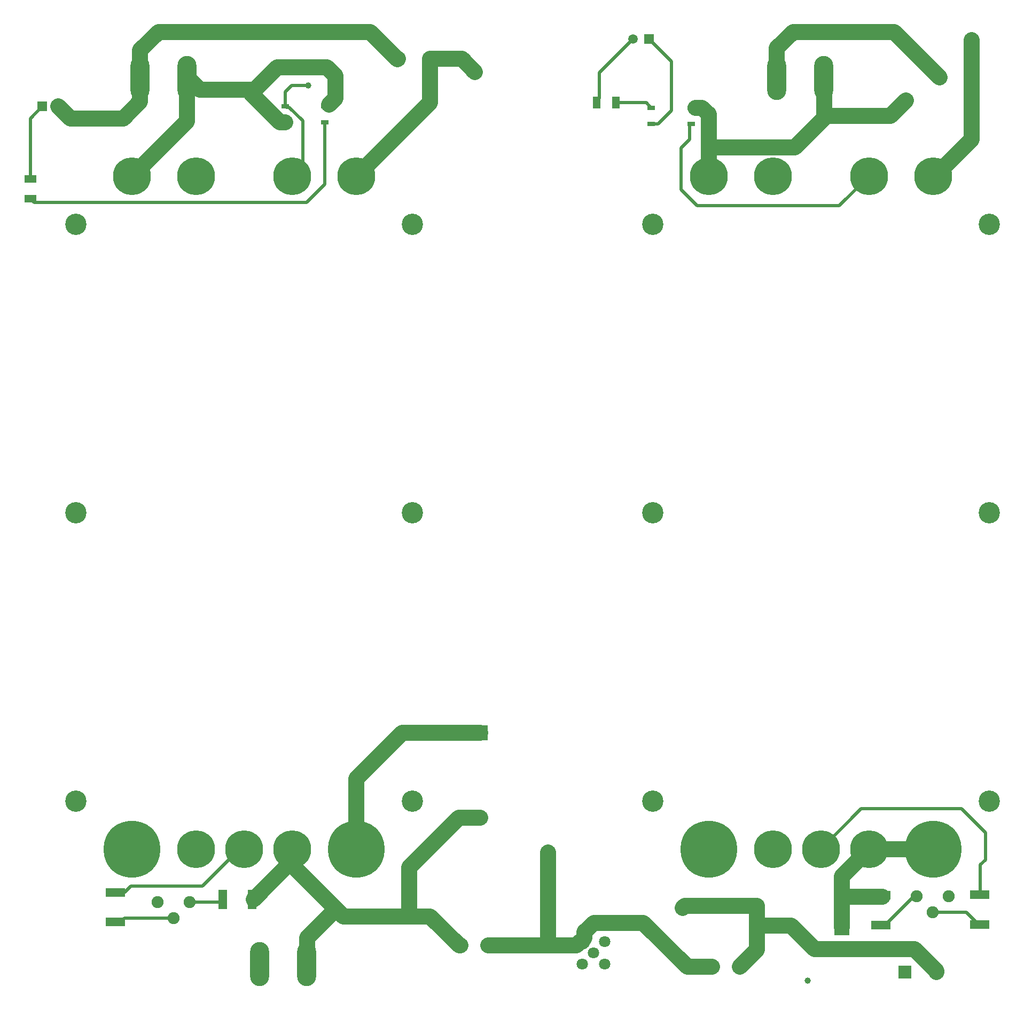
<source format=gbr>
%TF.GenerationSoftware,Altium Limited,Altium Designer,19.1.8 (144)*%
G04 Layer_Physical_Order=1*
G04 Layer_Color=255*
%FSLAX25Y25*%
%MOIN*%
%TF.FileFunction,Copper,L1,Top,Signal*%
%TF.Part,Single*%
G01*
G75*
%TA.AperFunction,SMDPad,CuDef*%
%ADD10R,0.07316X0.05142*%
%ADD11R,0.12008X0.05512*%
%ADD12R,0.05512X0.12008*%
%ADD13R,0.04724X0.03150*%
%ADD14R,0.05512X0.08268*%
%ADD15R,0.05142X0.07316*%
%TA.AperFunction,Conductor*%
%ADD16C,0.10000*%
%ADD17C,0.02000*%
%TA.AperFunction,ComponentPad*%
%ADD18C,0.23622*%
%ADD19C,0.35433*%
%ADD20C,0.13307*%
%ADD21C,0.03937*%
%ADD22R,0.08071X0.08071*%
%ADD23C,0.08071*%
%ADD24C,0.07087*%
%ADD25R,0.05906X0.05906*%
%ADD26C,0.05906*%
%ADD27C,0.09646*%
%ADD28R,0.09646X0.09646*%
%ADD29C,0.07874*%
%ADD30R,0.09646X0.09646*%
%ADD31O,0.11811X0.27559*%
%ADD32C,0.07500*%
%TA.AperFunction,ViaPad*%
%ADD33C,0.07087*%
D10*
X9000Y509893D02*
D03*
Y522107D02*
D03*
D11*
X62017Y58452D02*
D03*
Y76956D02*
D03*
X539824Y56748D02*
D03*
Y75252D02*
D03*
X601447Y57057D02*
D03*
Y75561D02*
D03*
D12*
X129039Y72625D02*
D03*
X147543D02*
D03*
D13*
X421402Y556693D02*
D03*
Y566693D02*
D03*
X396598D02*
D03*
Y556693D02*
D03*
X192902Y567500D02*
D03*
Y557500D02*
D03*
X168098Y567500D02*
D03*
Y557500D02*
D03*
D14*
X277339Y43866D02*
D03*
X294661D02*
D03*
X434339Y30586D02*
D03*
X451661D02*
D03*
D15*
X374607Y570000D02*
D03*
X362393D02*
D03*
D16*
X148291Y72625D02*
X172500Y96834D01*
Y104000D01*
X172956Y102900D02*
X174240Y101616D01*
Y101500D01*
X175155Y102900D02*
X175611Y102445D01*
X175155Y102900D02*
X172956D01*
X172500Y96834D02*
Y94070D01*
X204570Y62000D01*
X245307D01*
Y92484D01*
X276307Y123484D01*
X289693D01*
X332000Y101936D02*
Y46500D01*
X332256Y46244D01*
X352243D02*
X354767Y48767D01*
Y52142D01*
X360625Y58000D01*
X391573D01*
X418987Y30586D01*
X434339D01*
X451661D02*
X462484Y41408D01*
Y55020D01*
Y56307D01*
Y68406D01*
Y68551D01*
X417402D01*
X416032Y67181D01*
X462484Y56307D02*
X483693D01*
X498500Y41500D01*
X560866D01*
X574412Y27954D01*
Y27200D01*
X540659Y74248D02*
X520071D01*
X515516Y87095D02*
X532421Y104000D01*
X572421D01*
X515516Y87095D02*
Y68406D01*
Y55238D01*
X353581Y46244D02*
X352243D01*
X349866Y43866D01*
X294661D01*
X277339D02*
X276634D01*
X258500Y62000D01*
X245307D01*
X212500Y104000D02*
Y148000D01*
X241016Y176516D01*
X276307D01*
X289693D01*
X212500Y104000D02*
X210945Y102445D01*
X199239Y65939D02*
X181846Y48546D01*
Y32951D01*
X181500Y32605D01*
X572421Y524000D02*
X573500D01*
X596343Y546843D01*
Y585657D01*
Y608937D01*
X576343Y585657D02*
X548020Y613980D01*
X484980D01*
X474847Y603847D01*
Y584847D01*
X474500Y584500D01*
X504488Y562898D02*
Y585634D01*
X504500Y585622D01*
X504488Y562898D02*
X505693Y561693D01*
X545879D01*
X555500Y571314D01*
X505693Y561693D02*
X485980Y541980D01*
X433402D01*
X432421Y541000D01*
Y562579D01*
X428287Y566713D01*
X424157D01*
X432421Y541000D02*
Y524000D01*
X286500Y589000D02*
X278343Y597157D01*
X258343D01*
Y569842D01*
X212500Y524000D01*
X168098Y557500D02*
X164925D01*
X146713Y575713D01*
X149000Y578000D01*
X154000Y583000D01*
X162961Y591961D01*
X194000D01*
X199500Y586461D01*
Y572500D01*
X195500Y568500D01*
X221246Y613980D02*
X238206Y597021D01*
X238342Y597157D01*
X221246Y613980D02*
X89043D01*
X77614Y602551D01*
Y585634D01*
Y570614D01*
X67000Y560000D01*
X34000D01*
X26500Y567500D01*
X72500Y524000D02*
X106859Y558359D01*
Y585240D01*
Y585877D01*
X114736Y578000D01*
X149000D01*
D17*
X62017Y58452D02*
X65265D01*
X67872Y61059D01*
X98500D01*
X108500Y71059D02*
X127473D01*
X129039Y72625D01*
X116555Y81000D02*
X139555Y104000D01*
X142500D01*
X116555Y81000D02*
X71790D01*
X67790Y77000D01*
X63000D01*
X425000Y505500D02*
X513921D01*
X532421Y524000D01*
X420500Y556693D02*
Y547020D01*
X415000Y541520D01*
Y515500D01*
X425000Y505500D01*
X400742Y556693D02*
X409000Y564951D01*
Y595500D01*
X395000Y609500D01*
X385000D02*
X363964Y588464D01*
Y572658D01*
X374607Y570000D02*
X393291D01*
X396598Y566693D01*
Y556693D02*
X400742D01*
X192902Y557500D02*
Y518902D01*
X181500Y507500D01*
X11393D01*
X9000Y509893D01*
Y522107D02*
Y560000D01*
X16500Y567500D01*
X179000Y531221D02*
Y558500D01*
X170575Y566925D01*
X168673D01*
X168098Y567500D01*
Y576444D01*
X172155Y580500D01*
X182468D01*
X179000Y531221D02*
X172500Y524721D01*
Y524000D01*
X527577Y129156D02*
X590204D01*
X605000Y114360D01*
Y97366D01*
X601824Y94190D01*
Y75252D01*
X601073Y56683D02*
X593088Y64668D01*
X572201D01*
X564634Y74668D02*
X562201D01*
X560489D01*
X542569Y56748D01*
X539824D01*
X502421Y104000D02*
X527577Y129156D01*
D18*
X112500Y104000D02*
D03*
X142500D02*
D03*
X172500D02*
D03*
X472421D02*
D03*
X502421D02*
D03*
X532421D02*
D03*
X572421Y524000D02*
D03*
X532421D02*
D03*
X472421D02*
D03*
X432421D02*
D03*
X212500D02*
D03*
X172500D02*
D03*
X112500D02*
D03*
X72500D02*
D03*
D19*
X72500Y104000D02*
D03*
X212500D02*
D03*
X432421D02*
D03*
X572421D02*
D03*
D20*
X37579Y134000D02*
D03*
Y314000D02*
D03*
Y494000D02*
D03*
X247421Y314000D02*
D03*
X397500D02*
D03*
X247421Y134000D02*
D03*
X397500D02*
D03*
X607342D02*
D03*
Y314000D02*
D03*
Y494000D02*
D03*
X397500D02*
D03*
X247421D02*
D03*
D21*
X258500Y62000D02*
D03*
X332000Y101936D02*
D03*
X416032Y67181D02*
D03*
X494000Y21872D02*
D03*
X555500Y571314D02*
D03*
X596343Y608937D02*
D03*
X286500Y589000D02*
D03*
X182468Y580500D02*
D03*
X154000Y583000D02*
D03*
D22*
X554727Y27200D02*
D03*
D23*
X574412Y27200D02*
D03*
D24*
X353581Y32324D02*
D03*
X367500D02*
D03*
Y46244D02*
D03*
X360540Y39284D02*
D03*
X353581Y46244D02*
D03*
D25*
X16500Y567500D02*
D03*
X395000Y609500D02*
D03*
D26*
X26500Y567500D02*
D03*
X385000Y609500D02*
D03*
D27*
X276307Y123484D02*
D03*
X289693D02*
D03*
X276307Y176516D02*
D03*
X462484Y55020D02*
D03*
Y68406D02*
D03*
X515516D02*
D03*
D28*
X289693Y176516D02*
D03*
D29*
X596343Y585658D02*
D03*
X576342D02*
D03*
X258343Y597157D02*
D03*
X238342D02*
D03*
D30*
X515516Y55020D02*
D03*
D31*
X152114Y32394D02*
D03*
X181602D02*
D03*
X504259Y585264D02*
D03*
X474771D02*
D03*
X106859Y585240D02*
D03*
X77371D02*
D03*
D32*
X98500Y61059D02*
D03*
X108500Y71059D02*
D03*
X88500D02*
D03*
X562201Y74668D02*
D03*
X572201Y64668D02*
D03*
X582201Y74668D02*
D03*
D33*
X353581Y32324D02*
D03*
X367500D02*
D03*
Y46244D02*
D03*
X353581D02*
D03*
X360540Y39284D02*
D03*
%TF.MD5,b62d2d76ed0464631df71012b16e90d5*%
M02*

</source>
